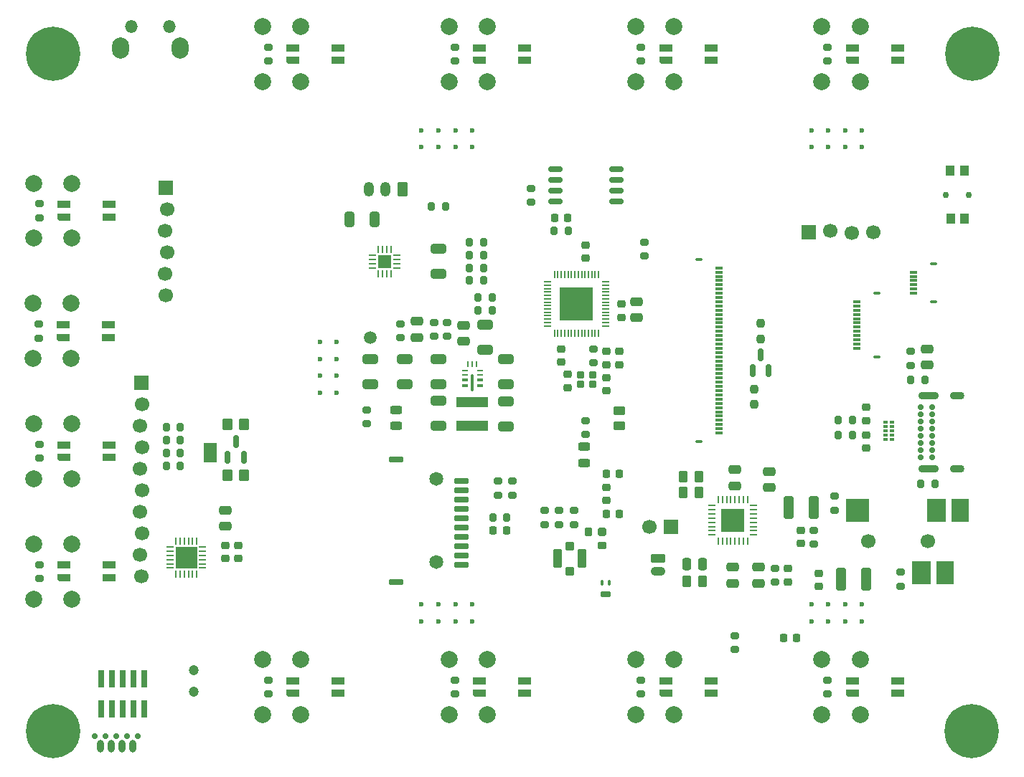
<source format=gbr>
%TF.GenerationSoftware,KiCad,Pcbnew,9.0.2-9.0.2-0~ubuntu24.04.1*%
%TF.CreationDate,2025-06-13T08:12:44-04:00*%
%TF.ProjectId,minstro_combined_board,6d696e73-7472-46f5-9f63-6f6d62696e65,rev?*%
%TF.SameCoordinates,Original*%
%TF.FileFunction,Soldermask,Top*%
%TF.FilePolarity,Negative*%
%FSLAX46Y46*%
G04 Gerber Fmt 4.6, Leading zero omitted, Abs format (unit mm)*
G04 Created by KiCad (PCBNEW 9.0.2-9.0.2-0~ubuntu24.04.1) date 2025-06-13 08:12:44*
%MOMM*%
%LPD*%
G01*
G04 APERTURE LIST*
G04 Aperture macros list*
%AMRoundRect*
0 Rectangle with rounded corners*
0 $1 Rounding radius*
0 $2 $3 $4 $5 $6 $7 $8 $9 X,Y pos of 4 corners*
0 Add a 4 corners polygon primitive as box body*
4,1,4,$2,$3,$4,$5,$6,$7,$8,$9,$2,$3,0*
0 Add four circle primitives for the rounded corners*
1,1,$1+$1,$2,$3*
1,1,$1+$1,$4,$5*
1,1,$1+$1,$6,$7*
1,1,$1+$1,$8,$9*
0 Add four rect primitives between the rounded corners*
20,1,$1+$1,$2,$3,$4,$5,0*
20,1,$1+$1,$4,$5,$6,$7,0*
20,1,$1+$1,$6,$7,$8,$9,0*
20,1,$1+$1,$8,$9,$2,$3,0*%
%AMOutline5P*
0 Free polygon, 5 corners , with rotation*
0 The origin of the aperture is its center*
0 number of corners: always 5*
0 $1 to $10 corner X, Y*
0 $11 Rotation angle, in degrees counterclockwise*
0 create outline with 5 corners*
4,1,5,$1,$2,$3,$4,$5,$6,$7,$8,$9,$10,$1,$2,$11*%
%AMOutline6P*
0 Free polygon, 6 corners , with rotation*
0 The origin of the aperture is its center*
0 number of corners: always 6*
0 $1 to $12 corner X, Y*
0 $13 Rotation angle, in degrees counterclockwise*
0 create outline with 6 corners*
4,1,6,$1,$2,$3,$4,$5,$6,$7,$8,$9,$10,$11,$12,$1,$2,$13*%
%AMOutline7P*
0 Free polygon, 7 corners , with rotation*
0 The origin of the aperture is its center*
0 number of corners: always 7*
0 $1 to $14 corner X, Y*
0 $15 Rotation angle, in degrees counterclockwise*
0 create outline with 7 corners*
4,1,7,$1,$2,$3,$4,$5,$6,$7,$8,$9,$10,$11,$12,$13,$14,$1,$2,$15*%
%AMOutline8P*
0 Free polygon, 8 corners , with rotation*
0 The origin of the aperture is its center*
0 number of corners: always 8*
0 $1 to $16 corner X, Y*
0 $17 Rotation angle, in degrees counterclockwise*
0 create outline with 8 corners*
4,1,8,$1,$2,$3,$4,$5,$6,$7,$8,$9,$10,$11,$12,$13,$14,$15,$16,$1,$2,$17*%
G04 Aperture macros list end*
%ADD10C,1.200000*%
%ADD11RoundRect,0.200000X-0.275000X0.200000X-0.275000X-0.200000X0.275000X-0.200000X0.275000X0.200000X0*%
%ADD12RoundRect,0.250000X0.475000X-0.250000X0.475000X0.250000X-0.475000X0.250000X-0.475000X-0.250000X0*%
%ADD13RoundRect,0.243750X-0.456250X0.243750X-0.456250X-0.243750X0.456250X-0.243750X0.456250X0.243750X0*%
%ADD14RoundRect,0.250000X0.450000X-0.262500X0.450000X0.262500X-0.450000X0.262500X-0.450000X-0.262500X0*%
%ADD15C,2.000000*%
%ADD16R,1.500000X0.820000*%
%ADD17Outline5P,-0.750000X0.410000X0.750000X0.410000X0.750000X-0.410000X-0.545000X-0.410000X-0.750000X-0.205000X0.000000*%
%ADD18RoundRect,0.150000X0.150000X-0.587500X0.150000X0.587500X-0.150000X0.587500X-0.150000X-0.587500X0*%
%ADD19RoundRect,0.225000X-0.250000X0.225000X-0.250000X-0.225000X0.250000X-0.225000X0.250000X0.225000X0*%
%ADD20RoundRect,0.250000X0.350000X0.625000X-0.350000X0.625000X-0.350000X-0.625000X0.350000X-0.625000X0*%
%ADD21O,1.200000X1.750000*%
%ADD22R,1.500000X1.000000*%
%ADD23C,1.500000*%
%ADD24RoundRect,0.200000X0.200000X0.275000X-0.200000X0.275000X-0.200000X-0.275000X0.200000X-0.275000X0*%
%ADD25O,2.000000X2.500000*%
%ADD26O,1.500000X1.500000*%
%ADD27C,6.400000*%
%ADD28RoundRect,0.200000X0.275000X-0.200000X0.275000X0.200000X-0.275000X0.200000X-0.275000X-0.200000X0*%
%ADD29RoundRect,0.075000X0.375000X-0.075000X0.375000X0.075000X-0.375000X0.075000X-0.375000X-0.075000X0*%
%ADD30RoundRect,0.100000X0.300000X-0.100000X0.300000X0.100000X-0.300000X0.100000X-0.300000X-0.100000X0*%
%ADD31RoundRect,0.225000X0.250000X-0.225000X0.250000X0.225000X-0.250000X0.225000X-0.250000X-0.225000X0*%
%ADD32RoundRect,0.050000X0.350000X0.050000X-0.350000X0.050000X-0.350000X-0.050000X0.350000X-0.050000X0*%
%ADD33RoundRect,0.050000X0.050000X0.350000X-0.050000X0.350000X-0.050000X-0.350000X0.050000X-0.350000X0*%
%ADD34R,4.000000X4.000000*%
%ADD35C,0.600000*%
%ADD36RoundRect,0.250000X-0.650000X0.325000X-0.650000X-0.325000X0.650000X-0.325000X0.650000X0.325000X0*%
%ADD37RoundRect,0.250000X0.325000X1.100000X-0.325000X1.100000X-0.325000X-1.100000X0.325000X-1.100000X0*%
%ADD38C,0.700000*%
%ADD39O,0.800000X1.500000*%
%ADD40RoundRect,0.200000X-0.200000X-0.275000X0.200000X-0.275000X0.200000X0.275000X-0.200000X0.275000X0*%
%ADD41RoundRect,0.062500X0.337500X0.062500X-0.337500X0.062500X-0.337500X-0.062500X0.337500X-0.062500X0*%
%ADD42RoundRect,0.062500X0.062500X0.337500X-0.062500X0.337500X-0.062500X-0.337500X0.062500X-0.337500X0*%
%ADD43R,2.700000X2.700000*%
%ADD44RoundRect,0.225000X-0.225000X-0.250000X0.225000X-0.250000X0.225000X0.250000X-0.225000X0.250000X0*%
%ADD45RoundRect,0.162500X0.650000X0.162500X-0.650000X0.162500X-0.650000X-0.162500X0.650000X-0.162500X0*%
%ADD46RoundRect,0.218750X-0.256250X0.218750X-0.256250X-0.218750X0.256250X-0.218750X0.256250X0.218750X0*%
%ADD47RoundRect,0.250000X0.650000X-0.325000X0.650000X0.325000X-0.650000X0.325000X-0.650000X-0.325000X0*%
%ADD48RoundRect,0.062500X-0.062500X0.350000X-0.062500X-0.350000X0.062500X-0.350000X0.062500X0.350000X0*%
%ADD49RoundRect,0.062500X-0.350000X0.062500X-0.350000X-0.062500X0.350000X-0.062500X0.350000X0.062500X0*%
%ADD50R,2.600000X2.600000*%
%ADD51RoundRect,0.250000X-0.615000X0.265000X-0.615000X-0.265000X0.615000X-0.265000X0.615000X0.265000X0*%
%ADD52O,1.730000X1.030000*%
%ADD53RoundRect,0.250000X0.262500X0.450000X-0.262500X0.450000X-0.262500X-0.450000X0.262500X-0.450000X0*%
%ADD54RoundRect,0.250000X0.325000X0.650000X-0.325000X0.650000X-0.325000X-0.650000X0.325000X-0.650000X0*%
%ADD55RoundRect,0.243750X0.456250X-0.243750X0.456250X0.243750X-0.456250X0.243750X-0.456250X-0.243750X0*%
%ADD56C,0.750000*%
%ADD57R,1.000000X1.200000*%
%ADD58RoundRect,0.075000X-0.375000X0.075000X-0.375000X-0.075000X0.375000X-0.075000X0.375000X0.075000X0*%
%ADD59RoundRect,0.100000X-0.300000X0.100000X-0.300000X-0.100000X0.300000X-0.100000X0.300000X0.100000X0*%
%ADD60R,1.700000X1.700000*%
%ADD61C,1.700000*%
%ADD62RoundRect,0.062500X-0.062500X0.375000X-0.062500X-0.375000X0.062500X-0.375000X0.062500X0.375000X0*%
%ADD63RoundRect,0.062500X-0.375000X0.062500X-0.375000X-0.062500X0.375000X-0.062500X0.375000X0.062500X0*%
%ADD64R,1.600000X1.600000*%
%ADD65RoundRect,0.097500X0.272500X0.097500X-0.272500X0.097500X-0.272500X-0.097500X0.272500X-0.097500X0*%
%ADD66RoundRect,0.062500X0.237500X0.062500X-0.237500X0.062500X-0.237500X-0.062500X0.237500X-0.062500X0*%
%ADD67RoundRect,0.062500X-0.062500X0.237500X-0.062500X-0.237500X0.062500X-0.237500X0.062500X0.237500X0*%
%ADD68RoundRect,0.097500X-0.097500X-0.885000X0.097500X-0.885000X0.097500X0.885000X-0.097500X0.885000X0*%
%ADD69RoundRect,0.225000X0.275000X-0.225000X0.275000X0.225000X-0.275000X0.225000X-0.275000X-0.225000X0*%
%ADD70RoundRect,0.250000X-0.250000X-0.250000X0.250000X-0.250000X0.250000X0.250000X-0.250000X0.250000X0*%
%ADD71RoundRect,0.225000X0.225000X0.275000X-0.225000X0.275000X-0.225000X-0.275000X0.225000X-0.275000X0*%
%ADD72RoundRect,0.250000X-0.262500X-0.450000X0.262500X-0.450000X0.262500X0.450000X-0.262500X0.450000X0*%
%ADD73RoundRect,0.250000X-0.350000X-0.450000X0.350000X-0.450000X0.350000X0.450000X-0.350000X0.450000X0*%
%ADD74RoundRect,0.225000X0.225000X0.250000X-0.225000X0.250000X-0.225000X-0.250000X0.225000X-0.250000X0*%
%ADD75RoundRect,0.050000X0.237500X-0.100000X0.237500X0.100000X-0.237500X0.100000X-0.237500X-0.100000X0*%
%ADD76RoundRect,0.250000X-0.475000X0.250000X-0.475000X-0.250000X0.475000X-0.250000X0.475000X0.250000X0*%
%ADD77RoundRect,0.237500X0.237500X-0.250000X0.237500X0.250000X-0.237500X0.250000X-0.237500X-0.250000X0*%
%ADD78RoundRect,0.100000X-0.400000X-0.400000X0.400000X-0.400000X0.400000X0.400000X-0.400000X0.400000X0*%
%ADD79RoundRect,0.105000X-0.420000X-0.995000X0.420000X-0.995000X0.420000X0.995000X-0.420000X0.995000X0*%
%ADD80RoundRect,0.100000X-0.100000X0.200000X-0.100000X-0.200000X0.100000X-0.200000X0.100000X0.200000X0*%
%ADD81RoundRect,0.150000X-0.475000X0.150000X-0.475000X-0.150000X0.475000X-0.150000X0.475000X0.150000X0*%
%ADD82R,0.750000X2.100000*%
%ADD83C,1.640000*%
%ADD84RoundRect,0.185000X-0.635000X0.185000X-0.635000X-0.185000X0.635000X-0.185000X0.635000X0.185000X0*%
%ADD85RoundRect,0.237500X-0.237500X0.250000X-0.237500X-0.250000X0.237500X-0.250000X0.237500X0.250000X0*%
%ADD86RoundRect,0.200000X0.250000X0.200000X-0.250000X0.200000X-0.250000X-0.200000X0.250000X-0.200000X0*%
%ADD87RoundRect,0.250000X0.350000X0.450000X-0.350000X0.450000X-0.350000X-0.450000X0.350000X-0.450000X0*%
%ADD88RoundRect,0.250000X0.250000X0.475000X-0.250000X0.475000X-0.250000X-0.475000X0.250000X-0.475000X0*%
%ADD89R,2.000000X2.800000*%
%ADD90R,2.800000X2.800000*%
%ADD91R,2.200000X2.800000*%
%ADD92RoundRect,0.250000X-0.325000X-1.100000X0.325000X-1.100000X0.325000X1.100000X-0.325000X1.100000X0*%
%ADD93O,2.400000X0.900000*%
%ADD94O,1.700000X0.900000*%
%ADD95R,3.700000X1.200000*%
G04 APERTURE END LIST*
%TO.C,JP701*%
G36*
X99350000Y-102200000D02*
G01*
X100850000Y-102200000D01*
X100850000Y-101900000D01*
X99350000Y-101900000D01*
X99350000Y-102200000D01*
G37*
%TD*%
D10*
%TO.C,MK501*%
X98100000Y-127730000D03*
X98100000Y-130270000D03*
%TD*%
D11*
%TO.C,R401*%
X151320000Y-77195000D03*
X151320000Y-78845000D03*
%TD*%
D12*
%TO.C,C701*%
X101900000Y-110750000D03*
X101900000Y-108850000D03*
%TD*%
D13*
%TO.C,D201*%
X122045000Y-97062500D03*
X122045000Y-98937500D03*
%TD*%
D14*
%TO.C,FB401*%
X148300000Y-98912500D03*
X148300000Y-97087500D03*
%TD*%
D15*
%TO.C,S902*%
X128250000Y-51750000D03*
D11*
X128912500Y-55837742D03*
D15*
X128250000Y-58250000D03*
D16*
X137150000Y-54250000D03*
X137150000Y-55750000D03*
D17*
X131850000Y-55750000D03*
D16*
X131850000Y-54250000D03*
D15*
X132750000Y-51750000D03*
X132750000Y-58250000D03*
D11*
X128912500Y-54187742D03*
%TD*%
D18*
%TO.C,Q701*%
X102150000Y-102637500D03*
X104050000Y-102637500D03*
X103100000Y-100762500D03*
%TD*%
D19*
%TO.C,C406*%
X148350000Y-90125000D03*
X148350000Y-91675000D03*
%TD*%
D20*
%TO.C,J301*%
X122750000Y-70950000D03*
D21*
X120750000Y-70950000D03*
X118750000Y-70950000D03*
%TD*%
D22*
%TO.C,JP701*%
X100100000Y-102700000D03*
X100100000Y-101400000D03*
%TD*%
D23*
%TO.C,TP201*%
X119000000Y-88500000D03*
%TD*%
D24*
%TO.C,R407*%
X142325000Y-75840000D03*
X140675000Y-75840000D03*
%TD*%
D15*
%TO.C,S903*%
X150250000Y-51750000D03*
D11*
X150912500Y-55837742D03*
D15*
X150250000Y-58250000D03*
D16*
X159150000Y-54250000D03*
X159150000Y-55750000D03*
D17*
X153850000Y-55750000D03*
D16*
X153850000Y-54250000D03*
D15*
X154750000Y-51750000D03*
X154750000Y-58250000D03*
D11*
X150912500Y-54187742D03*
%TD*%
%TO.C,R201*%
X126500000Y-86675000D03*
X126500000Y-88325000D03*
%TD*%
D25*
%TO.C,S917*%
X96500000Y-54250000D03*
X89500000Y-54250000D03*
D26*
X95250000Y-51760000D03*
X90750000Y-51750000D03*
%TD*%
D27*
%TO.C,H101*%
X190000000Y-55000000D03*
%TD*%
D12*
%TO.C,C208*%
X130000000Y-88950000D03*
X130000000Y-87050000D03*
%TD*%
D28*
%TO.C,R404*%
X182675000Y-91775000D03*
X182675000Y-90125000D03*
%TD*%
D29*
%TO.C,J601*%
X183075000Y-83250000D03*
X183075000Y-82750000D03*
X183075000Y-82250000D03*
X183075000Y-81750000D03*
X183075000Y-81250000D03*
X183075000Y-80750000D03*
D30*
X185425000Y-84250000D03*
X185425000Y-79750000D03*
%TD*%
D31*
%TO.C,C402*%
X148600000Y-86075000D03*
X148600000Y-84525000D03*
%TD*%
D11*
%TO.C,R406*%
X137900000Y-70875000D03*
X137900000Y-72525000D03*
%TD*%
D32*
%TO.C,U401*%
X146750000Y-87100000D03*
X146750000Y-86700000D03*
X146750000Y-86300000D03*
X146750000Y-85900000D03*
X146750000Y-85500000D03*
X146750000Y-85100000D03*
X146750000Y-84700000D03*
X146750000Y-84300000D03*
X146750000Y-83900000D03*
X146750000Y-83500000D03*
X146750000Y-83100000D03*
X146750000Y-82700000D03*
X146750000Y-82300000D03*
X146750000Y-81900000D03*
D33*
X145900000Y-81050000D03*
X145500000Y-81050000D03*
X145100000Y-81050000D03*
X144700000Y-81050000D03*
X144300000Y-81050000D03*
X143900000Y-81050000D03*
X143500000Y-81050000D03*
X143100000Y-81050000D03*
X142700000Y-81050000D03*
X142300000Y-81050000D03*
X141900000Y-81050000D03*
X141500000Y-81050000D03*
X141100000Y-81050000D03*
X140700000Y-81050000D03*
D32*
X139850000Y-81900000D03*
X139850000Y-82300000D03*
X139850000Y-82700000D03*
X139850000Y-83100000D03*
X139850000Y-83500000D03*
X139850000Y-83900000D03*
X139850000Y-84300000D03*
X139850000Y-84700000D03*
X139850000Y-85100000D03*
X139850000Y-85500000D03*
X139850000Y-85900000D03*
X139850000Y-86300000D03*
X139850000Y-86700000D03*
X139850000Y-87100000D03*
D33*
X140700000Y-87950000D03*
X141100000Y-87950000D03*
X141500000Y-87950000D03*
X141900000Y-87950000D03*
X142300000Y-87950000D03*
X142700000Y-87950000D03*
X143100000Y-87950000D03*
X143500000Y-87950000D03*
X143900000Y-87950000D03*
X144300000Y-87950000D03*
X144700000Y-87950000D03*
X145100000Y-87950000D03*
X145500000Y-87950000D03*
X145900000Y-87950000D03*
D34*
X143300000Y-84500000D03*
%TD*%
D11*
%TO.C,R204*%
X118500000Y-97000000D03*
X118500000Y-98650000D03*
%TD*%
D24*
%TO.C,R307*%
X133325000Y-83750000D03*
X131675000Y-83750000D03*
%TD*%
D35*
%TO.C,REF\u002A\u002A*%
X125000000Y-64000000D03*
X125000000Y-66000000D03*
X127000000Y-64000000D03*
X127000000Y-66000000D03*
X129000000Y-64000000D03*
X129000000Y-66000000D03*
X131000000Y-64000000D03*
X131000000Y-66000000D03*
%TD*%
D36*
%TO.C,C201*%
X132500000Y-87000000D03*
X132500000Y-89950000D03*
%TD*%
D37*
%TO.C,C506*%
X177475000Y-117000000D03*
X174525000Y-117000000D03*
%TD*%
D28*
%TO.C,R202*%
X128000000Y-88325000D03*
X128000000Y-86675000D03*
%TD*%
D38*
%TO.C,J701*%
X86460000Y-135574500D03*
X87730000Y-135574500D03*
X89000000Y-135574500D03*
X90270000Y-135574500D03*
X91540000Y-135574500D03*
D39*
X90905000Y-136729500D03*
X89635000Y-136729500D03*
X88365000Y-136729500D03*
X87095000Y-136729500D03*
%TD*%
D40*
%TO.C,R804*%
X94875000Y-102100000D03*
X96525000Y-102100000D03*
%TD*%
D31*
%TO.C,C404*%
X144400000Y-79075000D03*
X144400000Y-77525000D03*
%TD*%
D40*
%TO.C,R801*%
X94875000Y-100600000D03*
X96525000Y-100600000D03*
%TD*%
%TO.C,R802*%
X94875000Y-103600000D03*
X96525000Y-103600000D03*
%TD*%
D11*
%TO.C,R203*%
X122500000Y-86850000D03*
X122500000Y-88500000D03*
%TD*%
D41*
%TO.C,U501*%
X164200000Y-111800000D03*
X164200000Y-111300000D03*
X164200000Y-110800000D03*
X164200000Y-110300000D03*
X164200000Y-109800000D03*
X164200000Y-109300000D03*
X164200000Y-108800000D03*
X164200000Y-108300000D03*
D42*
X163500000Y-107600000D03*
X163000000Y-107600000D03*
X162500000Y-107600000D03*
X162000000Y-107600000D03*
X161500000Y-107600000D03*
X161000000Y-107600000D03*
X160500000Y-107600000D03*
X160000000Y-107600000D03*
D41*
X159300000Y-108300000D03*
X159300000Y-108800000D03*
X159300000Y-109300000D03*
X159300000Y-109800000D03*
X159300000Y-110300000D03*
X159300000Y-110800000D03*
X159300000Y-111300000D03*
X159300000Y-111800000D03*
D42*
X160000000Y-112500000D03*
X160500000Y-112500000D03*
X161000000Y-112500000D03*
X161500000Y-112500000D03*
X162000000Y-112500000D03*
X162500000Y-112500000D03*
X163000000Y-112500000D03*
X163500000Y-112500000D03*
D43*
X161750000Y-110050000D03*
%TD*%
D19*
%TO.C,C702*%
X101900000Y-113025000D03*
X101900000Y-114575000D03*
%TD*%
D44*
%TO.C,C408*%
X140725000Y-74340000D03*
X142275000Y-74340000D03*
%TD*%
D28*
%TO.C,R504*%
X166750000Y-117375000D03*
X166750000Y-115725000D03*
%TD*%
D24*
%TO.C,R411*%
X175825000Y-100000000D03*
X174175000Y-100000000D03*
%TD*%
D45*
%TO.C,U402*%
X148000000Y-72400000D03*
X148000000Y-71130000D03*
X148000000Y-69860000D03*
X148000000Y-68590000D03*
X140825000Y-68590000D03*
X140825000Y-69860000D03*
X140825000Y-71130000D03*
X140825000Y-72400000D03*
%TD*%
D46*
%TO.C,L401*%
X146820000Y-106162500D03*
X146820000Y-107737500D03*
%TD*%
D15*
%TO.C,S910*%
X128250000Y-126500000D03*
D11*
X128912500Y-130587742D03*
D15*
X128250000Y-133000000D03*
D16*
X137150000Y-129000000D03*
X137150000Y-130500000D03*
D17*
X131850000Y-130500000D03*
D16*
X131850000Y-129000000D03*
D15*
X132750000Y-126500000D03*
X132750000Y-133000000D03*
D11*
X128912500Y-128937742D03*
%TD*%
D15*
%TO.C,S907*%
X79250000Y-98650000D03*
D11*
X79912500Y-102737742D03*
D15*
X79250000Y-105150000D03*
D16*
X88150000Y-101150000D03*
X88150000Y-102650000D03*
D17*
X82850000Y-102650000D03*
D16*
X82850000Y-101150000D03*
D15*
X83750000Y-98650000D03*
X83750000Y-105150000D03*
D11*
X79912500Y-101087742D03*
%TD*%
D24*
%TO.C,R303*%
X132325000Y-80250000D03*
X130675000Y-80250000D03*
%TD*%
D28*
%TO.C,R505*%
X162000000Y-125325000D03*
X162000000Y-123675000D03*
%TD*%
D47*
%TO.C,C301*%
X127000000Y-80975000D03*
X127000000Y-78025000D03*
%TD*%
D11*
%TO.C,R415*%
X141250000Y-108925000D03*
X141250000Y-110575000D03*
%TD*%
D48*
%TO.C,U701*%
X98500000Y-112512500D03*
X98000000Y-112512500D03*
X97500000Y-112512500D03*
X97000000Y-112512500D03*
X96500000Y-112512500D03*
X96000000Y-112512500D03*
D49*
X95312500Y-113200000D03*
X95312500Y-113700000D03*
X95312500Y-114200000D03*
X95312500Y-114700000D03*
X95312500Y-115200000D03*
X95312500Y-115700000D03*
D48*
X96000000Y-116387500D03*
X96500000Y-116387500D03*
X97000000Y-116387500D03*
X97500000Y-116387500D03*
X98000000Y-116387500D03*
X98500000Y-116387500D03*
D49*
X99187500Y-115700000D03*
X99187500Y-115200000D03*
X99187500Y-114700000D03*
X99187500Y-114200000D03*
X99187500Y-113700000D03*
X99187500Y-113200000D03*
D50*
X97250000Y-114450000D03*
%TD*%
D15*
%TO.C,S911*%
X150250000Y-126500000D03*
D11*
X150912500Y-130587742D03*
D15*
X150250000Y-133000000D03*
D16*
X159150000Y-129000000D03*
X159150000Y-130500000D03*
D17*
X153850000Y-130500000D03*
D16*
X153850000Y-129000000D03*
D15*
X154750000Y-126500000D03*
X154750000Y-133000000D03*
D11*
X150912500Y-128937742D03*
%TD*%
%TO.C,R408*%
X135750000Y-105425000D03*
X135750000Y-107075000D03*
%TD*%
D15*
%TO.C,S909*%
X106250000Y-126500000D03*
D11*
X106912500Y-130587742D03*
D15*
X106250000Y-133000000D03*
D16*
X115150000Y-129000000D03*
X115150000Y-130500000D03*
D17*
X109850000Y-130500000D03*
D16*
X109850000Y-129000000D03*
D15*
X110750000Y-126500000D03*
X110750000Y-133000000D03*
D11*
X106912500Y-128937742D03*
%TD*%
D51*
%TO.C,J502*%
X152900000Y-114600000D03*
D52*
X152900000Y-116100000D03*
%TD*%
D15*
%TO.C,S901*%
X106250000Y-51750000D03*
D11*
X106912500Y-55837742D03*
D15*
X106250000Y-58250000D03*
D16*
X115150000Y-54250000D03*
X115150000Y-55750000D03*
D17*
X109850000Y-55750000D03*
D16*
X109850000Y-54250000D03*
D15*
X110750000Y-51750000D03*
X110750000Y-58250000D03*
D11*
X106912500Y-54187742D03*
%TD*%
D53*
%TO.C,R419*%
X157712500Y-106800000D03*
X155887500Y-106800000D03*
%TD*%
D24*
%TO.C,R304*%
X132325000Y-81750000D03*
X130675000Y-81750000D03*
%TD*%
D35*
%TO.C,REF\u002A\u002A*%
X113000000Y-95000000D03*
X115000000Y-95000000D03*
X113000000Y-93000000D03*
X115000000Y-93000000D03*
X113000000Y-91000000D03*
X115000000Y-91000000D03*
X113000000Y-89000000D03*
X115000000Y-89000000D03*
%TD*%
D54*
%TO.C,C302*%
X119475000Y-74500000D03*
X116525000Y-74500000D03*
%TD*%
D12*
%TO.C,C401*%
X150400000Y-86150000D03*
X150400000Y-84250000D03*
%TD*%
D18*
%TO.C,Q601*%
X164050000Y-92400000D03*
X165950000Y-92400000D03*
X165000000Y-90525000D03*
%TD*%
D55*
%TO.C,D401*%
X144200000Y-103262500D03*
X144200000Y-101387500D03*
%TD*%
D44*
%TO.C,C413*%
X146800000Y-109300000D03*
X148350000Y-109300000D03*
%TD*%
D15*
%TO.C,S912*%
X172250000Y-126500000D03*
D11*
X172912500Y-130587742D03*
D15*
X172250000Y-133000000D03*
D16*
X181150000Y-129000000D03*
X181150000Y-130500000D03*
D17*
X175850000Y-130500000D03*
D16*
X175850000Y-129000000D03*
D15*
X176750000Y-126500000D03*
X176750000Y-133000000D03*
D11*
X172912500Y-128937742D03*
%TD*%
D19*
%TO.C,C405*%
X146850000Y-90125000D03*
X146850000Y-91675000D03*
%TD*%
D24*
%TO.C,R412*%
X175825000Y-98250000D03*
X174175000Y-98250000D03*
%TD*%
D15*
%TO.C,S908*%
X79250000Y-112850000D03*
D11*
X79912500Y-116937742D03*
D15*
X79250000Y-119350000D03*
D16*
X88150000Y-115350000D03*
X88150000Y-116850000D03*
D17*
X82850000Y-116850000D03*
D16*
X82850000Y-115350000D03*
D15*
X83750000Y-112850000D03*
X83750000Y-119350000D03*
D11*
X79912500Y-115287742D03*
%TD*%
D31*
%TO.C,C410*%
X177500000Y-98275000D03*
X177500000Y-96725000D03*
%TD*%
D47*
%TO.C,C204*%
X135000000Y-93975000D03*
X135000000Y-91025000D03*
%TD*%
D11*
%TO.C,R501*%
X173750000Y-107225000D03*
X173750000Y-108875000D03*
%TD*%
D56*
%TO.C,SW401*%
X186825000Y-71600000D03*
X189575000Y-71600000D03*
D57*
X187450000Y-74400000D03*
X187350000Y-68800000D03*
X189050000Y-74400000D03*
X189050000Y-68800000D03*
%TD*%
D58*
%TO.C,J602*%
X160125000Y-80250000D03*
X160125000Y-80750000D03*
X160125000Y-81250000D03*
X160125000Y-81750000D03*
X160125000Y-82250000D03*
X160125000Y-82750000D03*
X160125000Y-83250000D03*
X160125000Y-83750000D03*
X160125000Y-84250000D03*
X160125000Y-84750000D03*
X160125000Y-85250000D03*
X160125000Y-85750000D03*
X160125000Y-86250000D03*
X160125000Y-86750000D03*
X160125000Y-87250000D03*
X160125000Y-87750000D03*
X160125000Y-88250000D03*
X160125000Y-88750000D03*
X160125000Y-89250000D03*
X160125000Y-89750000D03*
X160125000Y-90250000D03*
X160125000Y-90750000D03*
X160125000Y-91250000D03*
X160125000Y-91750000D03*
X160125000Y-92250000D03*
X160125000Y-92750000D03*
X160125000Y-93250000D03*
X160125000Y-93750000D03*
X160125000Y-94250000D03*
X160125000Y-94750000D03*
X160125000Y-95250000D03*
X160125000Y-95750000D03*
X160125000Y-96250000D03*
X160125000Y-96750000D03*
X160125000Y-97250000D03*
X160125000Y-97750000D03*
X160125000Y-98250000D03*
X160125000Y-98750000D03*
X160125000Y-99250000D03*
X160125000Y-99750000D03*
D59*
X157775000Y-79250000D03*
X157775000Y-100750000D03*
%TD*%
D60*
%TO.C,J402*%
X170690000Y-76000000D03*
D61*
X173230000Y-75873000D03*
X175770000Y-76127000D03*
X178310000Y-76000000D03*
%TD*%
D47*
%TO.C,C205*%
X127000000Y-98875000D03*
X127000000Y-95925000D03*
%TD*%
D11*
%TO.C,R502*%
X181500000Y-116175000D03*
X181500000Y-117825000D03*
%TD*%
D15*
%TO.C,S905*%
X79250000Y-70250000D03*
D11*
X79912500Y-74337742D03*
D15*
X79250000Y-76750000D03*
D16*
X88150000Y-72750000D03*
X88150000Y-74250000D03*
D17*
X82850000Y-74250000D03*
D16*
X82850000Y-72750000D03*
D15*
X83750000Y-70250000D03*
X83750000Y-76750000D03*
D11*
X79912500Y-72687742D03*
%TD*%
D62*
%TO.C,U301*%
X121400000Y-78062500D03*
X120900000Y-78062500D03*
X120400000Y-78062500D03*
X119900000Y-78062500D03*
D63*
X119212500Y-78750000D03*
X119212500Y-79250000D03*
X119212500Y-79750000D03*
X119212500Y-80250000D03*
D62*
X119900000Y-80937500D03*
X120400000Y-80937500D03*
X120900000Y-80937500D03*
X121400000Y-80937500D03*
D63*
X122087500Y-80250000D03*
X122087500Y-79750000D03*
X122087500Y-79250000D03*
X122087500Y-78750000D03*
D64*
X120650000Y-79500000D03*
%TD*%
D47*
%TO.C,C203*%
X127000000Y-93975000D03*
X127000000Y-91025000D03*
%TD*%
D24*
%TO.C,R302*%
X127825000Y-73000000D03*
X126175000Y-73000000D03*
%TD*%
D65*
%TO.C,U201*%
X131900000Y-94125000D03*
X131900000Y-93475000D03*
D66*
X131900000Y-92875000D03*
X131900000Y-92350000D03*
D67*
X131500000Y-91600000D03*
X131000000Y-91600000D03*
X130500000Y-91600000D03*
D66*
X130100000Y-92350000D03*
X130100000Y-92875000D03*
D65*
X130100000Y-93475000D03*
X130100000Y-94125000D03*
D68*
X131000000Y-93788000D03*
%TD*%
D35*
%TO.C,REF\u002A\u002A*%
X171000000Y-64000000D03*
X171000000Y-66000000D03*
X173000000Y-64000000D03*
X173000000Y-66000000D03*
X175000000Y-64000000D03*
X175000000Y-66000000D03*
X177000000Y-64000000D03*
X177000000Y-66000000D03*
%TD*%
D19*
%TO.C,C510*%
X169750000Y-111275000D03*
X169750000Y-112825000D03*
%TD*%
D11*
%TO.C,R503*%
X171250000Y-111225000D03*
X171250000Y-112875000D03*
%TD*%
D69*
%TO.C,JP401*%
X146320000Y-113050000D03*
D70*
X146320000Y-111450000D03*
D71*
X144720000Y-111450000D03*
%TD*%
D24*
%TO.C,R301*%
X132325000Y-78750000D03*
X130675000Y-78750000D03*
%TD*%
D40*
%TO.C,R803*%
X94875000Y-99100000D03*
X96525000Y-99100000D03*
%TD*%
D28*
%TO.C,R402*%
X144400000Y-99950000D03*
X144400000Y-98300000D03*
%TD*%
D60*
%TO.C,J1001*%
X94873000Y-70780000D03*
D61*
X95000000Y-73320000D03*
X94746000Y-75860000D03*
X95000000Y-78400000D03*
X94746000Y-80940000D03*
X94873000Y-83480000D03*
%TD*%
D28*
%TO.C,R409*%
X139500000Y-110575000D03*
X139500000Y-108925000D03*
%TD*%
D19*
%TO.C,C703*%
X103400000Y-113025000D03*
X103400000Y-114575000D03*
%TD*%
D72*
%TO.C,FB501*%
X156337500Y-117250000D03*
X158162500Y-117250000D03*
%TD*%
D73*
%TO.C,R702*%
X102100000Y-98700000D03*
X104100000Y-98700000D03*
%TD*%
D74*
%TO.C,C507*%
X169275000Y-124000000D03*
X167725000Y-124000000D03*
%TD*%
D12*
%TO.C,C502*%
X166000000Y-106200000D03*
X166000000Y-104300000D03*
%TD*%
D75*
%TO.C,U403*%
X180525000Y-100500000D03*
X180525000Y-100000000D03*
X180525000Y-99500000D03*
X180525000Y-99000000D03*
X180525000Y-98500000D03*
X179750000Y-98500000D03*
X179750000Y-99000000D03*
X179750000Y-99500000D03*
X179750000Y-100000000D03*
X179750000Y-100500000D03*
%TD*%
D44*
%TO.C,C411*%
X133475000Y-111250000D03*
X135025000Y-111250000D03*
%TD*%
D24*
%TO.C,R306*%
X133325000Y-85250000D03*
X131675000Y-85250000D03*
%TD*%
D47*
%TO.C,C202*%
X123000000Y-93975000D03*
X123000000Y-91025000D03*
%TD*%
D40*
%TO.C,R414*%
X183925000Y-105750000D03*
X185575000Y-105750000D03*
%TD*%
D76*
%TO.C,C504*%
X161750000Y-115600000D03*
X161750000Y-117500000D03*
%TD*%
D31*
%TO.C,C415*%
X142250000Y-94375000D03*
X142250000Y-92825000D03*
%TD*%
D35*
%TO.C,REF\u002A\u002A*%
X171000000Y-120000000D03*
X171000000Y-122000000D03*
X173000000Y-120000000D03*
X173000000Y-122000000D03*
X175000000Y-120000000D03*
X175000000Y-122000000D03*
X177000000Y-120000000D03*
X177000000Y-122000000D03*
%TD*%
D60*
%TO.C,J801*%
X91927000Y-93860000D03*
D61*
X92054000Y-96400000D03*
X91800000Y-98940000D03*
X92054000Y-101480000D03*
X91800000Y-104020000D03*
X92054000Y-106560000D03*
X91800000Y-109100000D03*
X92054000Y-111640000D03*
X91800000Y-114180000D03*
X91927000Y-116720000D03*
%TD*%
D76*
%TO.C,C511*%
X164750000Y-115600000D03*
X164750000Y-117500000D03*
%TD*%
D77*
%TO.C,R602*%
X164250000Y-96375000D03*
X164250000Y-94550000D03*
%TD*%
D24*
%TO.C,R417*%
X135075000Y-109750000D03*
X133425000Y-109750000D03*
%TD*%
D78*
%TO.C,J405*%
X142500000Y-113100000D03*
D79*
X143975000Y-114600000D03*
D78*
X142500000Y-116100000D03*
D79*
X141025000Y-114600000D03*
%TD*%
D12*
%TO.C,C503*%
X162000000Y-106000000D03*
X162000000Y-104100000D03*
%TD*%
D44*
%TO.C,C412*%
X146800000Y-104600000D03*
X148350000Y-104600000D03*
%TD*%
D24*
%TO.C,R305*%
X132325000Y-77250000D03*
X130675000Y-77250000D03*
%TD*%
D80*
%TO.C,AE401*%
X146275000Y-117400000D03*
X147125000Y-117400000D03*
D81*
X146700000Y-118800000D03*
%TD*%
D76*
%TO.C,C207*%
X124500000Y-86550000D03*
X124500000Y-88450000D03*
%TD*%
D15*
%TO.C,S906*%
X79150000Y-84450000D03*
D11*
X79812500Y-88537742D03*
D15*
X79150000Y-90950000D03*
D16*
X88050000Y-86950000D03*
X88050000Y-88450000D03*
D17*
X82750000Y-88450000D03*
D16*
X82750000Y-86950000D03*
D15*
X83650000Y-84450000D03*
X83650000Y-90950000D03*
D11*
X79812500Y-86887742D03*
%TD*%
D53*
%TO.C,R420*%
X157712500Y-104900000D03*
X155887500Y-104900000D03*
%TD*%
D27*
%TO.C,H102*%
X81500000Y-55000000D03*
%TD*%
D82*
%TO.C,J702*%
X87210000Y-132350000D03*
X87210000Y-128750000D03*
X88480000Y-132350000D03*
X88480000Y-128750000D03*
X89750000Y-132350000D03*
X89750000Y-128750000D03*
X91020000Y-132350000D03*
X91020000Y-128750000D03*
X92290000Y-132350000D03*
X92290000Y-128750000D03*
%TD*%
D15*
%TO.C,S904*%
X172250000Y-51750000D03*
D11*
X172912500Y-55837742D03*
D15*
X172250000Y-58250000D03*
D16*
X181150000Y-54250000D03*
X181150000Y-55750000D03*
D17*
X175850000Y-55750000D03*
D16*
X175850000Y-54250000D03*
D15*
X176750000Y-51750000D03*
X176750000Y-58250000D03*
D11*
X172912500Y-54187742D03*
%TD*%
D19*
%TO.C,C409*%
X177500000Y-99975000D03*
X177500000Y-101525000D03*
%TD*%
D60*
%TO.C,J401*%
X154475000Y-110800000D03*
D61*
X151935000Y-110800000D03*
%TD*%
D83*
%TO.C,J404*%
X126750000Y-115000000D03*
X126750000Y-105200000D03*
D84*
X129750000Y-113150000D03*
X129750000Y-112050000D03*
X129750000Y-110950000D03*
X129750000Y-109850000D03*
X129750000Y-108750000D03*
X129750000Y-107650000D03*
X129750000Y-106550000D03*
X129750000Y-105450000D03*
X129750000Y-114250000D03*
X129750000Y-115350000D03*
X122000000Y-117350000D03*
X122000000Y-102850000D03*
%TD*%
D85*
%TO.C,R601*%
X165000000Y-86800000D03*
X165000000Y-88625000D03*
%TD*%
D47*
%TO.C,C303*%
X119000000Y-93975000D03*
X119000000Y-91025000D03*
%TD*%
%TO.C,C206*%
X135000000Y-98975000D03*
X135000000Y-96025000D03*
%TD*%
D24*
%TO.C,R416*%
X184400000Y-93500000D03*
X182750000Y-93500000D03*
%TD*%
D11*
%TO.C,R410*%
X134000000Y-105425000D03*
X134000000Y-107075000D03*
%TD*%
D86*
%TO.C,Y401*%
X145200000Y-92875000D03*
X143800000Y-92875000D03*
X143800000Y-93975000D03*
X145200000Y-93975000D03*
%TD*%
D19*
%TO.C,C403*%
X141500000Y-89825000D03*
X141500000Y-91375000D03*
%TD*%
D87*
%TO.C,R701*%
X104100000Y-104700000D03*
X102100000Y-104700000D03*
%TD*%
D88*
%TO.C,C505*%
X158200000Y-115250000D03*
X156300000Y-115250000D03*
%TD*%
D19*
%TO.C,C509*%
X168250000Y-115775000D03*
X168250000Y-117325000D03*
%TD*%
D27*
%TO.C,H104*%
X81500000Y-135000000D03*
%TD*%
D11*
%TO.C,R413*%
X143000000Y-108925000D03*
X143000000Y-110575000D03*
%TD*%
D35*
%TO.C,REF\u002A\u002A*%
X125000000Y-120000000D03*
X125000000Y-122000000D03*
X127000000Y-120000000D03*
X127000000Y-122000000D03*
X129000000Y-120000000D03*
X129000000Y-122000000D03*
X131000000Y-120000000D03*
X131000000Y-122000000D03*
%TD*%
D61*
%TO.C,J501*%
X184750000Y-112550000D03*
X177750000Y-112550000D03*
D89*
X188550000Y-108850000D03*
D90*
X176450000Y-108850000D03*
D91*
X183950000Y-116250000D03*
X185750000Y-108850000D03*
D89*
X186750000Y-116250000D03*
%TD*%
D19*
%TO.C,C414*%
X146800000Y-93200000D03*
X146800000Y-94750000D03*
%TD*%
%TO.C,C508*%
X171900000Y-116325000D03*
X171900000Y-117875000D03*
%TD*%
D92*
%TO.C,C501*%
X168300000Y-108550000D03*
X171250000Y-108550000D03*
%TD*%
D11*
%TO.C,R418*%
X145300000Y-89825000D03*
X145300000Y-91475000D03*
%TD*%
D29*
%TO.C,J603*%
X176375000Y-89750000D03*
X176375000Y-89250000D03*
X176375000Y-88750000D03*
X176375000Y-88250000D03*
X176375000Y-87750000D03*
X176375000Y-87250000D03*
X176375000Y-86750000D03*
X176375000Y-86250000D03*
X176375000Y-85750000D03*
X176375000Y-85250000D03*
X176375000Y-84750000D03*
X176375000Y-84250000D03*
D30*
X178725000Y-90750000D03*
X178725000Y-83250000D03*
%TD*%
D38*
%TO.C,J403*%
X183890000Y-102650000D03*
X183890000Y-101800000D03*
X183890000Y-100950000D03*
X183890000Y-100100000D03*
X183890000Y-99250000D03*
X183890000Y-98400000D03*
X183890000Y-97550000D03*
X183890000Y-96700000D03*
X185240000Y-96700000D03*
X185240000Y-97550000D03*
X185240000Y-98400000D03*
X185240000Y-99250000D03*
X185240000Y-100100000D03*
X185240000Y-100950000D03*
X185240000Y-101800000D03*
X185240000Y-102650000D03*
D93*
X184870000Y-104000000D03*
D94*
X188250000Y-104000000D03*
D93*
X184870000Y-95350000D03*
D94*
X188250000Y-95350000D03*
%TD*%
D12*
%TO.C,C407*%
X184675000Y-91725000D03*
X184675000Y-89825000D03*
%TD*%
D95*
%TO.C,L201*%
X131000000Y-96100000D03*
X131000000Y-98900000D03*
%TD*%
D27*
%TO.C,H103*%
X189900000Y-135000000D03*
%TD*%
M02*

</source>
